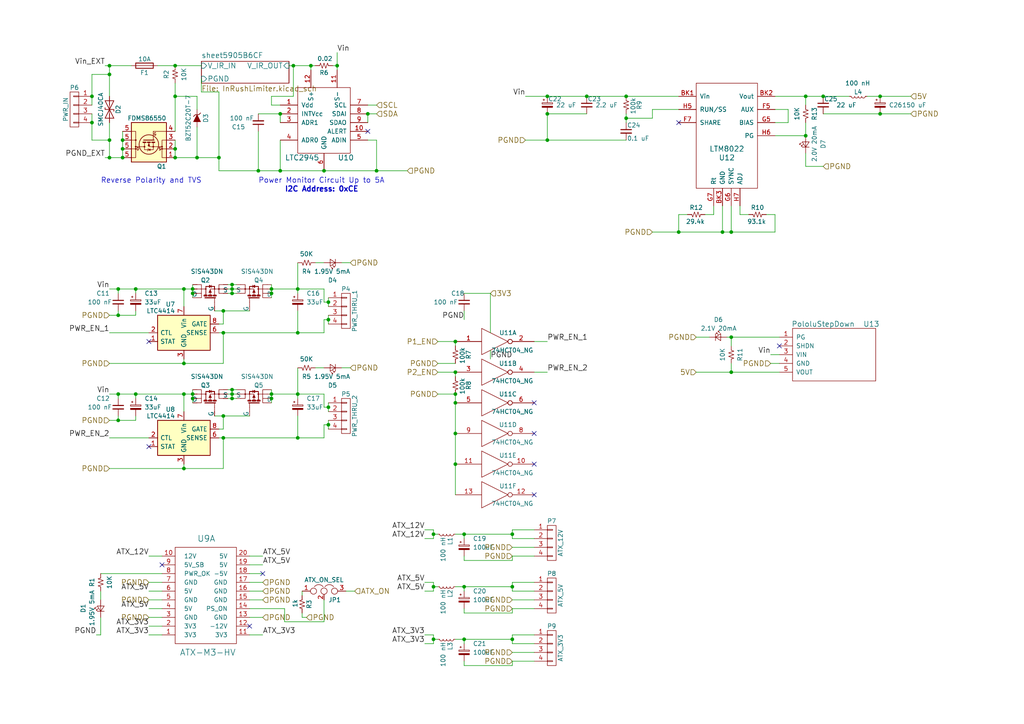
<source format=kicad_sch>
(kicad_sch (version 20230121) (generator eeschema)
  (paper "A4")
  (junction (at 67.31 83.82))
  (junction (at 35.56 40.64))
  (junction (at 86.36 127))
  (junction (at 64.77 90.17))
  (junction (at 53.34 114.3))
  (junction (at 209.55 67.31))
  (junction (at 78.74 114.3))
  (junction (at 63.5 45.72))
  (junction (at 53.34 105.41))
  (junction (at 181.61 27.94))
  (junction (at 255.27 27.94))
  (junction (at 134.62 185.42))
  (junction (at 34.29 91.44))
  (junction (at 132.08 107.95))
  (junction (at 95.25 92.71))
  (junction (at 67.31 82.55))
  (junction (at 132.08 134.62))
  (junction (at 50.8 43.18))
  (junction (at 74.93 49.53))
  (junction (at 55.88 114.3))
  (junction (at 55.88 83.82))
  (junction (at 39.37 83.82))
  (junction (at 134.62 154.94))
  (junction (at 55.88 115.57))
  (junction (at 148.59 154.94))
  (junction (at 95.25 87.63))
  (junction (at 148.59 170.18))
  (junction (at 158.75 40.64))
  (junction (at 57.15 45.72))
  (junction (at 78.74 85.09))
  (junction (at 233.68 39.37))
  (junction (at 148.59 185.42))
  (junction (at 31.75 19.05))
  (junction (at 31.75 21.59))
  (junction (at 64.77 127))
  (junction (at 67.31 114.3))
  (junction (at 53.34 83.82))
  (junction (at 134.62 170.18))
  (junction (at 26.67 35.56))
  (junction (at 233.68 27.94))
  (junction (at 170.18 27.94))
  (junction (at 26.67 27.94))
  (junction (at 67.31 85.09))
  (junction (at 86.36 114.3))
  (junction (at 90.17 19.05))
  (junction (at 212.09 67.31))
  (junction (at 31.75 40.64))
  (junction (at 31.75 45.72))
  (junction (at 95.25 118.11))
  (junction (at 50.8 45.72))
  (junction (at 132.08 114.3))
  (junction (at 85.09 19.05))
  (junction (at 132.08 116.84))
  (junction (at 158.75 27.94))
  (junction (at 97.79 19.05))
  (junction (at 78.74 115.57))
  (junction (at 181.61 34.29))
  (junction (at 132.08 99.06))
  (junction (at 86.36 83.82))
  (junction (at 39.37 114.3))
  (junction (at 50.8 19.05))
  (junction (at 125.73 154.94))
  (junction (at 86.36 96.52))
  (junction (at 125.73 170.18))
  (junction (at 132.08 125.73))
  (junction (at 109.22 49.53))
  (junction (at 35.56 43.18))
  (junction (at 67.31 115.57))
  (junction (at 35.56 45.72))
  (junction (at 196.85 67.31))
  (junction (at 158.75 33.02))
  (junction (at 67.31 113.03))
  (junction (at 53.34 135.89))
  (junction (at 255.27 33.02))
  (junction (at 50.8 27.94))
  (junction (at 64.77 96.52))
  (junction (at 212.09 107.95))
  (junction (at 93.98 49.53))
  (junction (at 34.29 83.82))
  (junction (at 64.77 120.65))
  (junction (at 34.29 114.3))
  (junction (at 95.25 123.19))
  (junction (at 34.29 121.92))
  (junction (at 55.88 85.09))
  (junction (at 106.68 33.02))
  (junction (at 78.74 83.82))
  (junction (at 125.73 185.42))
  (junction (at 81.28 49.53))
  (junction (at 238.76 27.94))
  (junction (at 81.28 33.02))
  (junction (at 212.09 97.79))
  (no_connect (at 106.68 38.1))
  (no_connect (at 154.94 125.73))
  (no_connect (at 72.39 181.61))
  (no_connect (at 196.85 35.56))
  (no_connect (at 154.94 134.62))
  (no_connect (at 154.94 116.84))
  (no_connect (at 46.99 163.83))
  (no_connect (at 154.94 143.51))
  (no_connect (at 43.18 129.54))
  (no_connect (at 226.06 100.33))
  (no_connect (at 76.2 166.37))
  (no_connect (at 43.18 99.06))
  (wire (pts (xy 50.8 24.13) (xy 50.8 27.94)))
  (wire (pts (xy 189.23 34.29) (xy 181.61 34.29)))
  (wire (pts (xy 72.39 163.83) (xy 76.2 163.83)))
  (wire (pts (xy 93.98 118.11) (xy 95.25 118.11)))
  (wire (pts (xy 50.8 45.72) (xy 57.15 45.72)))
  (wire (pts (xy 148.59 177.8) (xy 148.59 176.53)))
  (wire (pts (xy 39.37 114.3) (xy 53.34 114.3)))
  (wire (pts (xy 255.27 33.02) (xy 264.16 33.02)))
  (wire (pts (xy 55.88 113.03) (xy 55.88 114.3)))
  (wire (pts (xy 66.04 113.03) (xy 67.31 113.03)))
  (wire (pts (xy 106.68 33.02) (xy 106.68 35.56)))
  (wire (pts (xy 132.08 116.84) (xy 132.08 125.73)))
  (wire (pts (xy 76.2 171.45) (xy 72.39 171.45)))
  (wire (pts (xy 67.31 83.82) (xy 68.58 83.82)))
  (wire (pts (xy 212.09 100.33) (xy 212.09 97.79)))
  (wire (pts (xy 148.59 171.45) (xy 154.94 171.45)))
  (wire (pts (xy 95.25 92.71) (xy 95.25 93.98)))
  (wire (pts (xy 125.73 185.42) (xy 127 185.42)))
  (wire (pts (xy 87.63 171.45) (xy 87.63 172.72)))
  (wire (pts (xy 78.74 85.09) (xy 78.74 86.36)))
  (wire (pts (xy 212.09 105.41) (xy 212.09 107.95)))
  (wire (pts (xy 125.73 185.42) (xy 125.73 186.69)))
  (wire (pts (xy 34.29 114.3) (xy 34.29 115.57)))
  (wire (pts (xy 214.63 62.23) (xy 217.17 62.23)))
  (wire (pts (xy 154.94 99.06) (xy 158.75 99.06)))
  (wire (pts (xy 39.37 83.82) (xy 53.34 83.82)))
  (wire (pts (xy 81.28 49.53) (xy 93.98 49.53)))
  (wire (pts (xy 76.2 184.15) (xy 72.39 184.15)))
  (wire (pts (xy 64.77 124.46) (xy 63.5 124.46)))
  (wire (pts (xy 67.31 83.82) (xy 67.31 85.09)))
  (wire (pts (xy 224.79 67.31) (xy 212.09 67.31)))
  (wire (pts (xy 46.99 166.37) (xy 29.21 166.37)))
  (wire (pts (xy 34.29 91.44) (xy 39.37 91.44)))
  (wire (pts (xy 134.62 185.42) (xy 148.59 185.42)))
  (wire (pts (xy 64.77 96.52) (xy 86.36 96.52)))
  (wire (pts (xy 46.99 181.61) (xy 43.18 181.61)))
  (wire (pts (xy 142.24 96.52) (xy 142.24 85.09)))
  (wire (pts (xy 148.59 176.53) (xy 154.94 176.53)))
  (wire (pts (xy 46.99 168.91) (xy 43.18 168.91)))
  (wire (pts (xy 132.08 170.18) (xy 134.62 170.18)))
  (wire (pts (xy 35.56 43.18) (xy 35.56 40.64)))
  (wire (pts (xy 95.25 91.44) (xy 95.25 92.71)))
  (wire (pts (xy 207.01 59.69) (xy 207.01 62.23)))
  (wire (pts (xy 66.04 82.55) (xy 67.31 82.55)))
  (wire (pts (xy 29.21 171.45) (xy 29.21 173.99)))
  (wire (pts (xy 91.44 76.2) (xy 93.98 76.2)))
  (wire (pts (xy 212.09 97.79) (xy 226.06 97.79)))
  (wire (pts (xy 78.74 114.3) (xy 86.36 114.3)))
  (wire (pts (xy 148.59 161.29) (xy 154.94 161.29)))
  (wire (pts (xy 78.74 115.57) (xy 78.74 116.84)))
  (wire (pts (xy 125.73 184.15) (xy 125.73 185.42)))
  (wire (pts (xy 181.61 34.29) (xy 181.61 35.56)))
  (wire (pts (xy 134.62 193.04) (xy 148.59 193.04)))
  (wire (pts (xy 31.75 19.05) (xy 31.75 21.59)))
  (wire (pts (xy 134.62 156.21) (xy 134.62 154.94)))
  (wire (pts (xy 63.5 45.72) (xy 63.5 49.53)))
  (wire (pts (xy 125.73 153.67) (xy 125.73 154.94)))
  (wire (pts (xy 85.09 19.05) (xy 90.17 19.05)))
  (wire (pts (xy 224.79 31.75) (xy 228.6 31.75)))
  (wire (pts (xy 134.62 90.17) (xy 134.62 92.71)))
  (wire (pts (xy 86.36 114.3) (xy 93.98 114.3)))
  (wire (pts (xy 132.08 99.06) (xy 132.08 100.33)))
  (wire (pts (xy 43.18 184.15) (xy 46.99 184.15)))
  (wire (pts (xy 93.98 114.3) (xy 93.98 118.11)))
  (wire (pts (xy 53.34 88.9) (xy 53.34 83.82)))
  (wire (pts (xy 26.67 40.64) (xy 31.75 40.64)))
  (wire (pts (xy 78.74 83.82) (xy 86.36 83.82)))
  (wire (pts (xy 226.06 102.87) (xy 223.52 102.87)))
  (wire (pts (xy 67.31 115.57) (xy 68.58 115.57)))
  (wire (pts (xy 170.18 27.94) (xy 181.61 27.94)))
  (wire (pts (xy 26.67 33.02) (xy 26.67 35.56)))
  (wire (pts (xy 134.62 191.77) (xy 134.62 193.04)))
  (wire (pts (xy 142.24 101.6) (xy 142.24 104.14)))
  (wire (pts (xy 31.75 91.44) (xy 34.29 91.44)))
  (wire (pts (xy 34.29 83.82) (xy 39.37 83.82)))
  (wire (pts (xy 50.8 27.94) (xy 57.15 27.94)))
  (wire (pts (xy 86.36 96.52) (xy 86.36 90.17)))
  (wire (pts (xy 87.63 177.8) (xy 87.63 179.07)))
  (wire (pts (xy 93.98 180.34) (xy 82.55 180.34)))
  (wire (pts (xy 64.77 120.65) (xy 72.39 120.65)))
  (wire (pts (xy 63.5 26.67) (xy 63.5 45.72)))
  (wire (pts (xy 96.52 19.05) (xy 97.79 19.05)))
  (wire (pts (xy 228.6 35.56) (xy 224.79 35.56)))
  (wire (pts (xy 86.36 127) (xy 93.98 127)))
  (wire (pts (xy 132.08 114.3) (xy 127 114.3)))
  (wire (pts (xy 132.08 125.73) (xy 132.08 134.62)))
  (wire (pts (xy 62.23 90.17) (xy 64.77 90.17)))
  (wire (pts (xy 210.82 97.79) (xy 212.09 97.79)))
  (wire (pts (xy 74.93 38.1) (xy 74.93 49.53)))
  (wire (pts (xy 34.29 114.3) (xy 39.37 114.3)))
  (wire (pts (xy 86.36 83.82) (xy 93.98 83.82)))
  (wire (pts (xy 64.77 90.17) (xy 64.77 93.98)))
  (wire (pts (xy 57.15 27.94) (xy 57.15 31.75)))
  (wire (pts (xy 64.77 90.17) (xy 72.39 90.17)))
  (wire (pts (xy 39.37 114.3) (xy 39.37 115.57)))
  (wire (pts (xy 196.85 31.75) (xy 189.23 31.75)))
  (wire (pts (xy 154.94 184.15) (xy 148.59 184.15)))
  (wire (pts (xy 43.18 173.99) (xy 46.99 173.99)))
  (wire (pts (xy 93.98 96.52) (xy 93.98 92.71)))
  (wire (pts (xy 31.75 35.56) (xy 31.75 40.64)))
  (wire (pts (xy 76.2 166.37) (xy 72.39 166.37)))
  (wire (pts (xy 212.09 107.95) (xy 226.06 107.95)))
  (wire (pts (xy 74.93 49.53) (xy 81.28 49.53)))
  (wire (pts (xy 158.75 33.02) (xy 158.75 40.64)))
  (wire (pts (xy 26.67 27.94) (xy 26.67 30.48)))
  (wire (pts (xy 223.52 105.41) (xy 226.06 105.41)))
  (wire (pts (xy 64.77 120.65) (xy 64.77 124.46)))
  (wire (pts (xy 64.77 93.98) (xy 63.5 93.98)))
  (wire (pts (xy 148.59 193.04) (xy 148.59 191.77)))
  (wire (pts (xy 93.98 92.71) (xy 95.25 92.71)))
  (wire (pts (xy 90.17 19.05) (xy 91.44 19.05)))
  (wire (pts (xy 45.72 19.05) (xy 50.8 19.05)))
  (wire (pts (xy 46.99 161.29) (xy 43.18 161.29)))
  (wire (pts (xy 62.23 120.65) (xy 64.77 120.65)))
  (wire (pts (xy 31.75 135.89) (xy 53.34 135.89)))
  (wire (pts (xy 224.79 62.23) (xy 224.79 67.31)))
  (wire (pts (xy 134.62 176.53) (xy 134.62 177.8)))
  (wire (pts (xy 154.94 107.95) (xy 158.75 107.95)))
  (wire (pts (xy 58.42 26.67) (xy 63.5 26.67)))
  (wire (pts (xy 31.75 21.59) (xy 31.75 27.94)))
  (wire (pts (xy 34.29 121.92) (xy 39.37 121.92)))
  (wire (pts (xy 134.62 177.8) (xy 148.59 177.8)))
  (wire (pts (xy 95.25 87.63) (xy 95.25 88.9)))
  (wire (pts (xy 86.36 127) (xy 86.36 120.65)))
  (wire (pts (xy 53.34 135.89) (xy 53.34 134.62)))
  (wire (pts (xy 76.2 179.07) (xy 72.39 179.07)))
  (wire (pts (xy 132.08 134.62) (xy 132.08 143.51)))
  (wire (pts (xy 34.29 83.82) (xy 34.29 85.09)))
  (wire (pts (xy 212.09 67.31) (xy 212.09 59.69)))
  (wire (pts (xy 78.74 27.94) (xy 85.09 27.94)))
  (wire (pts (xy 189.23 31.75) (xy 189.23 34.29)))
  (wire (pts (xy 34.29 90.17) (xy 34.29 91.44)))
  (wire (pts (xy 99.06 106.68) (xy 101.6 106.68)))
  (wire (pts (xy 66.04 114.3) (xy 67.31 114.3)))
  (wire (pts (xy 31.75 83.82) (xy 34.29 83.82)))
  (wire (pts (xy 142.24 85.09) (xy 134.62 85.09)))
  (wire (pts (xy 35.56 40.64) (xy 35.56 38.1)))
  (wire (pts (xy 78.74 113.03) (xy 78.74 114.3)))
  (wire (pts (xy 233.68 35.56) (xy 233.68 39.37)))
  (wire (pts (xy 91.44 106.68) (xy 93.98 106.68)))
  (wire (pts (xy 34.29 120.65) (xy 34.29 121.92)))
  (wire (pts (xy 81.28 35.56) (xy 81.28 33.02)))
  (wire (pts (xy 83.82 19.05) (xy 85.09 19.05)))
  (wire (pts (xy 154.94 173.99) (xy 148.59 173.99)))
  (wire (pts (xy 86.36 106.68) (xy 86.36 114.3)))
  (wire (pts (xy 125.73 170.18) (xy 127 170.18)))
  (wire (pts (xy 93.98 123.19) (xy 95.25 123.19)))
  (wire (pts (xy 214.63 59.69) (xy 214.63 62.23)))
  (wire (pts (xy 148.59 168.91) (xy 148.59 170.18)))
  (wire (pts (xy 93.98 49.53) (xy 109.22 49.53)))
  (wire (pts (xy 50.8 19.05) (xy 58.42 19.05)))
  (wire (pts (xy 29.21 184.15) (xy 27.94 184.15)))
  (wire (pts (xy 209.55 67.31) (xy 196.85 67.31)))
  (wire (pts (xy 148.59 185.42) (xy 148.59 186.69)))
  (wire (pts (xy 63.5 127) (xy 64.77 127)))
  (wire (pts (xy 67.31 82.55) (xy 67.31 83.82)))
  (wire (pts (xy 57.15 45.72) (xy 63.5 45.72)))
  (wire (pts (xy 43.18 127) (xy 31.75 127)))
  (wire (pts (xy 78.74 82.55) (xy 78.74 83.82)))
  (wire (pts (xy 97.79 15.24) (xy 97.79 19.05)))
  (wire (pts (xy 158.75 40.64) (xy 181.61 40.64)))
  (wire (pts (xy 207.01 62.23) (xy 204.47 62.23)))
  (wire (pts (xy 53.34 114.3) (xy 55.88 114.3)))
  (wire (pts (xy 125.73 168.91) (xy 125.73 170.18)))
  (wire (pts (xy 148.59 154.94) (xy 148.59 156.21)))
  (wire (pts (xy 125.73 171.45) (xy 123.19 171.45)))
  (wire (pts (xy 76.2 161.29) (xy 72.39 161.29)))
  (wire (pts (xy 109.22 33.02) (xy 106.68 33.02)))
  (wire (pts (xy 63.5 96.52) (xy 64.77 96.52)))
  (wire (pts (xy 196.85 67.31) (xy 189.23 67.31)))
  (wire (pts (xy 123.19 184.15) (xy 125.73 184.15)))
  (wire (pts (xy 233.68 39.37) (xy 224.79 39.37)))
  (wire (pts (xy 53.34 105.41) (xy 53.34 104.14)))
  (wire (pts (xy 95.25 118.11) (xy 95.25 119.38)))
  (wire (pts (xy 181.61 33.02) (xy 181.61 34.29)))
  (wire (pts (xy 209.55 67.31) (xy 209.55 59.69)))
  (wire (pts (xy 78.74 83.82) (xy 78.74 85.09)))
  (wire (pts (xy 30.48 45.72) (xy 31.75 45.72)))
  (wire (pts (xy 90.17 19.05) (xy 90.17 20.32)))
  (wire (pts (xy 152.4 40.64) (xy 158.75 40.64)))
  (wire (pts (xy 93.98 127) (xy 93.98 123.19)))
  (wire (pts (xy 127 107.95) (xy 132.08 107.95)))
  (wire (pts (xy 82.55 176.53) (xy 72.39 176.53)))
  (wire (pts (xy 154.94 158.75) (xy 148.59 158.75)))
  (wire (pts (xy 55.88 114.3) (xy 55.88 115.57)))
  (wire (pts (xy 66.04 83.82) (xy 67.31 83.82)))
  (wire (pts (xy 81.28 33.02) (xy 74.93 33.02)))
  (wire (pts (xy 66.04 85.09) (xy 67.31 85.09)))
  (wire (pts (xy 78.74 114.3) (xy 78.74 115.57)))
  (wire (pts (xy 233.68 27.94) (xy 233.68 30.48)))
  (wire (pts (xy 67.31 113.03) (xy 68.58 113.03)))
  (wire (pts (xy 170.18 33.02) (xy 158.75 33.02)))
  (wire (pts (xy 132.08 107.95) (xy 132.08 109.22)))
  (wire (pts (xy 109.22 30.48) (xy 106.68 30.48)))
  (wire (pts (xy 31.75 105.41) (xy 53.34 105.41)))
  (wire (pts (xy 134.62 161.29) (xy 134.62 162.56)))
  (wire (pts (xy 132.08 114.3) (xy 132.08 116.84)))
  (wire (pts (xy 148.59 186.69) (xy 154.94 186.69)))
  (wire (pts (xy 39.37 121.92) (xy 39.37 120.65)))
  (wire (pts (xy 72.39 173.99) (xy 76.2 173.99)))
  (wire (pts (xy 50.8 27.94) (xy 50.8 38.1)))
  (wire (pts (xy 85.09 27.94) (xy 85.09 19.05)))
  (wire (pts (xy 46.99 171.45) (xy 43.18 171.45)))
  (wire (pts (xy 64.77 135.89) (xy 64.77 127)))
  (wire (pts (xy 86.36 83.82) (xy 86.36 85.09)))
  (wire (pts (xy 132.08 185.42) (xy 134.62 185.42)))
  (wire (pts (xy 212.09 67.31) (xy 209.55 67.31)))
  (wire (pts (xy 106.68 40.64) (xy 109.22 40.64)))
  (wire (pts (xy 31.75 19.05) (xy 38.1 19.05)))
  (wire (pts (xy 134.62 154.94) (xy 148.59 154.94)))
  (wire (pts (xy 46.99 179.07) (xy 43.18 179.07)))
  (wire (pts (xy 30.48 19.05) (xy 31.75 19.05)))
  (wire (pts (xy 72.39 168.91) (xy 76.2 168.91)))
  (wire (pts (xy 148.59 153.67) (xy 148.59 154.94)))
  (wire (pts (xy 125.73 154.94) (xy 125.73 156.21)))
  (wire (pts (xy 26.67 35.56) (xy 26.67 40.64)))
  (wire (pts (xy 78.74 30.48) (xy 78.74 27.94)))
  (wire (pts (xy 87.63 179.07) (xy 88.9 179.07)))
  (wire (pts (xy 132.08 105.41) (xy 127 105.41)))
  (wire (pts (xy 154.94 153.67) (xy 148.59 153.67)))
  (wire (pts (xy 93.98 173.99) (xy 93.98 180.34)))
  (wire (pts (xy 201.93 107.95) (xy 212.09 107.95)))
  (wire (pts (xy 222.25 62.23) (xy 224.79 62.23)))
  (wire (pts (xy 66.04 115.57) (xy 67.31 115.57)))
  (wire (pts (xy 55.88 82.55) (xy 55.88 83.82)))
  (wire (pts (xy 26.67 21.59) (xy 26.67 27.94)))
  (wire (pts (xy 93.98 83.82) (xy 93.98 87.63)))
  (wire (pts (xy 64.77 127) (xy 86.36 127)))
  (wire (pts (xy 97.79 19.05) (xy 97.79 20.32)))
  (wire (pts (xy 158.75 27.94) (xy 170.18 27.94)))
  (wire (pts (xy 127 99.06) (xy 132.08 99.06)))
  (wire (pts (xy 134.62 162.56) (xy 148.59 162.56)))
  (wire (pts (xy 238.76 27.94) (xy 246.38 27.94)))
  (wire (pts (xy 148.59 156.21) (xy 154.94 156.21)))
  (wire (pts (xy 109.22 40.64) (xy 109.22 49.53)))
  (wire (pts (xy 82.55 180.34) (xy 82.55 176.53)))
  (wire (pts (xy 238.76 33.02) (xy 255.27 33.02)))
  (wire (pts (xy 55.88 83.82) (xy 55.88 85.09)))
  (wire (pts (xy 109.22 49.53) (xy 118.11 49.53)))
  (wire (pts (xy 99.06 76.2) (xy 101.6 76.2)))
  (wire (pts (xy 123.19 153.67) (xy 125.73 153.67)))
  (wire (pts (xy 134.62 171.45) (xy 134.62 170.18)))
  (wire (pts (xy 205.74 97.79) (xy 201.93 97.79)))
  (wire (pts (xy 26.67 21.59) (xy 31.75 21.59)))
  (wire (pts (xy 86.36 96.52) (xy 93.98 96.52)))
  (wire (pts (xy 154.94 189.23) (xy 148.59 189.23)))
  (wire (pts (xy 125.73 156.21) (xy 123.19 156.21)))
  (wire (pts (xy 55.88 85.09) (xy 55.88 86.36)))
  (wire (pts (xy 255.27 27.94) (xy 264.16 27.94)))
  (wire (pts (xy 50.8 40.64) (xy 50.8 43.18)))
  (wire (pts (xy 53.34 83.82) (xy 55.88 83.82)))
  (wire (pts (xy 233.68 27.94) (xy 238.76 27.94)))
  (wire (pts (xy 102.87 171.45) (xy 100.33 171.45)))
  (wire (pts (xy 125.73 186.69) (xy 123.19 186.69)))
  (wire (pts (xy 53.34 114.3) (xy 53.34 119.38)))
  (wire (pts (xy 134.62 186.69) (xy 134.62 185.42)))
  (wire (pts (xy 233.68 44.45) (xy 233.68 48.26)))
  (wire (pts (xy 35.56 45.72) (xy 35.56 43.18)))
  (wire (pts (xy 55.88 115.57) (xy 55.88 116.84)))
  (wire (pts (xy 251.46 27.94) (xy 255.27 27.94)))
  (wire (pts (xy 67.31 113.03) (xy 67.31 114.3)))
  (wire (pts (xy 181.61 27.94) (xy 196.85 27.94)))
  (wire (pts (xy 43.18 96.52) (xy 31.75 96.52)))
  (wire (pts (xy 31.75 45.72) (xy 35.56 45.72)))
  (wire (pts (xy 86.36 114.3) (xy 86.36 115.57)))
  (wire (pts (xy 95.25 123.19) (xy 95.25 124.46)))
  (wire (pts (xy 67.31 82.55) (xy 68.58 82.55)))
  (wire (pts (xy 148.59 191.77) (xy 154.94 191.77)))
  (wire (pts (xy 95.25 121.92) (xy 95.25 123.19)))
  (wire (pts (xy 53.34 135.89) (xy 64.77 135.89)))
  (wire (pts (xy 67.31 85.09) (xy 68.58 85.09)))
  (wire (pts (xy 95.25 116.84) (xy 95.25 118.11)))
  (wire (pts (xy 154.94 168.91) (xy 148.59 168.91)))
  (wire (pts (xy 50.8 43.18) (xy 50.8 45.72)))
  (wire (pts (xy 148.59 162.56) (xy 148.59 161.29)))
  (wire (pts (xy 132.08 154.94) (xy 134.62 154.94)))
  (wire (pts (xy 67.31 114.3) (xy 68.58 114.3)))
  (wire (pts (xy 53.34 105.41) (xy 64.77 105.41)))
  (wire (pts (xy 93.98 87.63) (xy 95.25 87.63)))
  (wire (pts (xy 148.59 170.18) (xy 148.59 171.45)))
  (wire (pts (xy 196.85 62.23) (xy 196.85 67.31)))
  (wire (pts (xy 63.5 49.53) (xy 74.93 49.53)))
  (wire (pts (xy 31.75 114.3) (xy 34.29 114.3)))
  (wire (pts (xy 86.36 76.2) (xy 86.36 83.82)))
  (wire (pts (xy 228.6 31.75) (xy 228.6 35.56)))
  (wire (pts (xy 31.75 121.92) (xy 34.29 121.92)))
  (wire (pts (xy 134.62 170.18) (xy 148.59 170.18)))
  (wire (pts (xy 78.74 30.48) (xy 81.28 30.48)))
  (wire (pts (xy 57.15 36.83) (xy 57.15 45.72)))
  (wire (pts (xy 39.37 91.44) (xy 39.37 90.17)))
  (wire (pts (xy 95.25 86.36) (xy 95.25 87.63)))
  (wire (pts (xy 29.21 179.07) (xy 29.21 184.15)))
  (wire (pts (xy 81.28 49.53) (xy 81.28 40.64)))
  (wire (pts (xy 46.99 176.53) (xy 43.18 176.53)))
  (wire (pts (xy 199.39 62.23) (xy 196.85 62.23)))
  (wire (pts (xy 148.59 184.15) (xy 148.59 185.42)))
  (wire (pts (xy 224.79 27.94) (xy 233.68 27.94)))
  (wire (pts (xy 125.73 170.18) (xy 125.73 171.45)))
  (wire (pts (xy 39.37 83.82) (xy 39.37 85.09)))
  (wire (pts (xy 64.77 105.41) (xy 64.77 96.52)))
  (wire (pts (xy 123.19 168.91) (xy 125.73 168.91)))
  (wire (pts (xy 152.4 27.94) (xy 158.75 27.94)))
  (wire (pts (xy 58.42 22.86) (xy 58.42 26.67)))
  (wire (pts (xy 31.75 40.64) (xy 31.75 45.72)))
  (wire (pts (xy 67.31 114.3) (xy 67.31 115.57)))
  (wire (pts (xy 233.68 48.26) (xy 238.76 48.26)))
  (wire (pts (xy 125.73 154.94) (xy 127 154.94)))
  (text "Power Monitor Circuit Up to 5A" (at 74.93 53.34 0) (effects (font (size 1.524 1.524)) (justify left bottom)))
  (text "I2C Address: 0xCE\n" (at 82.55 55.88 0) (effects (font (size 1.524 1.524) (thickness 0.3048) bold) (justify left bottom)))
  (text "Reverse Polarity and TVS" (at 29.21 53.34 0) (effects (font (size 1.524 1.524)) (justify left bottom)))
  (label "ATX_12V" (at 43.18 161.29 180) (effects (font (size 1.524 1.524))))
  (label "Vin" (at 31.75 114.3 180) (effects (font (size 1.524 1.524))))
  (label "PWR_EN_1" (at 158.75 99.06 0) (effects (font (size 1.524 1.524))))
  (label "Vin" (at 152.4 27.94 180) (effects (font (size 1.524 1.524))))
  (label "ATX_5V" (at 123.19 168.91 180) (effects (font (size 1.524 1.524))))
  (label "ATX_12V" (at 123.19 153.67 180) (effects (font (size 1.524 1.524))))
  (label "ATX_3V3" (at 123.19 184.15 180) (effects (font (size 1.524 1.524))))
  (label "ATX_3V3" (at 123.19 186.69 180) (effects (font (size 1.524 1.524))))
  (label "ATX_5V" (at 43.18 171.45 180) (effects (font (size 1.524 1.524))))
  (label "ATX_12V" (at 123.19 156.21 180) (effects (font (size 1.524 1.524))))
  (label "ATX_5V" (at 76.2 161.29 0) (effects (font (size 1.524 1.524))))
  (label "Vin" (at 223.52 102.87 180) (effects (font (size 1.524 1.524))))
  (label "PGND_EXT" (at 30.48 45.72 180) (effects (font (size 1.524 1.524))))
  (label "ATX_5V" (at 43.18 176.53 180) (effects (font (size 1.524 1.524))))
  (label "PGND" (at 134.62 92.71 180) (effects (font (size 1.524 1.524))))
  (label "ATX_5V" (at 76.2 163.83 0) (effects (font (size 1.524 1.524))))
  (label "PGND" (at 27.94 184.15 180) (effects (font (size 1.524 1.524))))
  (label "Vin" (at 31.75 83.82 180) (effects (font (size 1.524 1.524))))
  (label "PWR_EN_2" (at 31.75 127 180) (effects (font (size 1.524 1.524))))
  (label "ATX_5V" (at 123.19 171.45 180) (effects (font (size 1.524 1.524))))
  (label "ATX_3V3" (at 76.2 184.15 0) (effects (font (size 1.524 1.524))))
  (label "Vin_EXT" (at 30.48 19.05 180) (effects (font (size 1.524 1.524))))
  (label "PWR_EN_2" (at 158.75 107.95 0) (effects (font (size 1.524 1.524))))
  (label "PWR_EN_1" (at 31.75 96.52 180) (effects (font (size 1.524 1.524))))
  (label "ATX_3V3" (at 43.18 181.61 180) (effects (font (size 1.524 1.524))))
  (label "ATX_3V3" (at 43.18 184.15 180) (effects (font (size 1.524 1.524))))
  (label "Vin" (at 97.79 15.24 0) (effects (font (size 1.524 1.524))))
  (label "PGND" (at 142.24 104.14 0) (effects (font (size 1.524 1.524))))
  (hierarchical_label "PGND" (shape input) (at 148.59 176.53 180) (effects (font (size 1.524 1.524))))
  (hierarchical_label "SCL" (shape input) (at 109.22 30.48 0) (effects (font (size 1.524 1.524))))
  (hierarchical_label "PGND" (shape input) (at 201.93 97.79 180) (effects (font (size 1.524 1.524))))
  (hierarchical_label "PGND" (shape input) (at 31.75 91.44 180) (effects (font (size 1.524 1.524))))
  (hierarchical_label "PGND" (shape input) (at 264.16 33.02 0) (effects (font (size 1.524 1.524))))
  (hierarchical_label "PGND" (shape input) (at 76.2 168.91 0) (effects (font (size 1.524 1.524))))
  (hierarchical_label "PGND" (shape input) (at 127 105.41 180) (effects (font (size 1.524 1.524))))
  (hierarchical_label "5V" (shape input) (at 201.93 107.95 180) (effects (font (size 1.524 1.524))))
  (hierarchical_label "SDA" (shape input) (at 109.22 33.02 0) (effects (font (size 1.524 1.524))))
  (hierarchical_label "PGND" (shape input) (at 101.6 76.2 0) (effects (font (size 1.524 1.524))))
  (hierarchical_label "5V" (shape input) (at 264.16 27.94 0) (effects (font (size 1.524 1.524))))
  (hierarchical_label "PGND" (shape input) (at 118.11 49.53 0) (effects (font (size 1.524 1.524))))
  (hierarchical_label "PGND" (shape input) (at 223.52 105.41 180) (effects (font (size 1.524 1.524))))
  (hierarchical_label "PGND" (shape input) (at 43.18 168.91 180) (effects (font (size 1.524 1.524))))
  (hierarchical_label "PGND" (shape input) (at 152.4 40.64 180) (effects (font (size 1.524 1.524))))
  (hierarchical_label "P1_EN" (shape input) (at 127 99.06 180) (effects (font (size 1.524 1.524))))
  (hierarchical_label "PGND" (shape input) (at 101.6 106.68 0) (effects (font (size 1.524 1.524))))
  (hierarchical_label "PGND" (shape input) (at 148.59 158.75 180) (effects (font (size 1.524 1.524))))
  (hierarchical_label "PGND" (shape input) (at 76.2 179.07 0) (effects (font (size 1.524 1.524))))
  (hierarchical_label "ATX_ON" (shape input) (at 102.87 171.45 0) (effects (font (size 1.524 1.524))))
  (hierarchical_label "PGND" (shape input) (at 76.2 171.45 0) (effects (font (size 1.524 1.524))))
  (hierarchical_label "PGND" (shape input) (at 148.59 189.23 180) (effects (font (size 1.524 1.524))))
  (hierarchical_label "PGND" (shape input) (at 148.59 173.99 180) (effects (font (size 1.524 1.524))))
  (hierarchical_label "PGND" (shape input) (at 238.76 48.26 0) (effects (font (size 1.524 1.524))))
  (hierarchical_label "PGND" (shape input) (at 76.2 173.99 0) (effects (font (size 1.524 1.524))))
  (hierarchical_label "P2_EN" (shape input) (at 127 107.95 180) (effects (font (size 1.524 1.524))))
  (hierarchical_label "PGND" (shape input) (at 31.75 105.41 180) (effects (font (size 1.524 1.524))))
  (hierarchical_label "PGND" (shape input) (at 31.75 135.89 180) (effects (font (size 1.524 1.524))))
  (hierarchical_label "PGND" (shape input) (at 189.23 67.31 180) (effects (font (size 1.524 1.524))))
  (hierarchical_label "PGND" (shape input) (at 127 114.3 180) (effects (font (size 1.524 1.524))))
  (hierarchical_label "3V3" (shape input) (at 142.24 85.09 0) (effects (font (size 1.524 1.524))))
  (hierarchical_label "PGND" (shape input) (at 43.18 179.07 180) (effects (font (size 1.524 1.524))))
  (hierarchical_label "PGND" (shape input) (at 148.59 191.77 180) (effects (font (size 1.524 1.524))))
  (hierarchical_label "PGND" (shape input) (at 148.59 161.29 180) (effects (font (size 1.524 1.524))))
  (hierarchical_label "PGND" (shape input) (at 31.75 121.92 180) (effects (font (size 1.524 1.524))))
  (hierarchical_label "PGND" (shape input) (at 43.18 173.99 180) (effects (font (size 1.524 1.524))))
  (hierarchical_label "PGND" (shape input) (at 88.9 179.07 0) (effects (font (size 1.524 1.524))))
  (symbol (lib_id "SPC-UW-MOD1-rescue:PololuStepDown") (at 242.57 102.87 0) (unit 1)
    (property "Reference" "U13" (at 252.73 93.98 0) (effects (font (size 1.524 1.524))))
    (property "Value" "PololuStepDown" (at 238.76 93.98 0) (effects (font (size 1.524 1.524))))
    (property "Footprint" "SPIC_modules:POLOLUBUCKREG_2p5A" (effects hide))
  )
  (symbol (lib_id "SPC-UW-MOD1-rescue:Resistor_small") (at 212.09 102.87 180) (unit 1)
    (property "Reference" "R11" (at 214.63 102.87 90))
    (property "Value" "10K" (at 209.55 102.87 90))
    (property "Footprint" "Resistors_SMD:R_0603" (effects hide))
    (property "Datasheet" "http://www.digikey.com/product-detail/en/vishay-beyschlag/MCT06030C1002FP500/MCT0603-10.0K-CFCT-ND/2607933" (effects hide))
  )
  (symbol (lib_id "SPC-UW-MOD1-rescue:LED_Small") (at 208.28 97.79 0) (unit 1)
    (property "Reference" "D6" (at 207.01 92.71 0) (effects (justify left)))
    (property "Value" "2.1V 20mA" (at 203.2 95.25 0) (effects (justify left)))
    (property "Footprint" "LEDs:LED_0603" (effects hide))
    (property "Datasheet" "http://www.digikey.com/product-detail/en/lite-on-inc/LTST-C191KSKT/160-1448-1-ND/386838" (effects hide))
    (property "Part Number" "LTST-C191KSKT" (effects hide))
  )
  (symbol (lib_id "SPC-UW-MOD1-rescue:Resistor_small") (at 201.93 62.23 90) (unit 1)
    (property "Reference" "R12" (at 201.93 60.198 90))
    (property "Value" "29.4k" (at 201.676 64.262 90))
    (property "Footprint" "Resistors_SMD:R_0603" (effects hide))
    (property "Datasheet" "http://www.digikey.com/product-detail/en/panasonic-electronic-components/ERA-3AEB2942V/P29.4KDBCT-ND/3075913" (effects hide))
    (property "Part Number" "ERA-3AEB2942V" (effects hide))
  )
  (symbol (lib_id "SPC-UW-MOD1-rescue:Resistor_small") (at 219.71 62.23 90) (unit 1)
    (property "Reference" "R10" (at 219.71 60.198 90))
    (property "Value" "93.1k" (at 219.456 64.262 90))
    (property "Footprint" "Resistors_SMD:R_0603" (effects hide))
    (property "Datasheet" "http://www.digikey.com/product-detail/en/panasonic-electronic-components/ERA-3AEB9312V/P93.1KDBCT-ND/3076086" (effects hide))
    (property "Part Number" "ERA-3AEB9312V" (effects hide))
  )
  (symbol (lib_id "SPC-UW-MOD1-rescue:LED_Small") (at 233.68 41.91 90) (unit 1)
    (property "Reference" "D7" (at 238.76 43.18 0) (effects (justify left)))
    (property "Value" "2.0V 20mA" (at 236.22 46.99 0) (effects (justify left)))
    (property "Footprint" "LEDs:LED_0603" (effects hide))
    (property "Datasheet" "http://www.digikey.com/product-detail/en/broadcom-limited/ASMT-RF45-AN002/516-2522-1-ND/3199589" (effects hide))
    (property "Part Number" "ASMT-RF45-AN002" (effects hide))
  )
  (symbol (lib_id "SPC-UW-MOD1-rescue:Resistor_small") (at 233.68 33.02 180) (unit 1)
    (property "Reference" "R13" (at 236.22 33.02 90))
    (property "Value" "10K" (at 231.14 33.02 90))
    (property "Footprint" "Resistors_SMD:R_0603" (effects hide))
    (property "Datasheet" "http://www.digikey.com/product-detail/en/vishay-beyschlag/MCT06030C1002FP500/MCT0603-10.0K-CFCT-ND/2607933" (effects hide))
  )
  (symbol (lib_id "SPC-UW-MOD1-rescue:LTM8022") (at 210.82 40.64 0) (unit 1)
    (property "Reference" "U12" (at 210.82 45.72 0) (effects (font (size 1.524 1.524))))
    (property "Value" "LTM8022" (at 210.82 43.18 0) (effects (font (size 1.524 1.524))))
    (property "Footprint" "SPIC_modules:LTM8022" (effects hide))
  )
  (symbol (lib_id "SPC-UW-MOD1-rescue:C_Small") (at 170.18 30.48 0) (unit 1)
    (property "Reference" "C23" (at 170.434 28.702 0) (effects (justify left)))
    (property "Value" "2.2 uF" (at 172.72 30.48 0) (effects (justify left)))
    (property "Footprint" "Capacitors_SMD:C_1206" (effects hide))
    (property "Datasheet" "http://www.digikey.com/product-detail/en/kemet/C1206C225J5RAC7800/399-13297-1-ND/5879267" (effects hide))
    (property "Part Number" "C1206C225J5RAC7800" (effects hide))
  )
  (symbol (lib_id "SPC-UW-MOD1-rescue:CP_Small") (at 158.75 30.48 0) (unit 1)
    (property "Reference" "C22" (at 159.004 28.702 0) (effects (justify left)))
    (property "Value" "22 uF" (at 161.29 30.48 0) (effects (justify left)))
    (property "Footprint" "Capacitors_SMD:CP_Elec_6.3x5.3" (effects hide))
    (property "Datasheet" "http://www.digikey.com/product-detail/en/panasonic-electronic-components/EEE-1HA220WP/PCE3920CT-ND/766296" (effects hide))
  )
  (symbol (lib_id "SPC-UW-MOD1-rescue:C_Small") (at 238.76 30.48 0) (unit 1)
    (property "Reference" "C25" (at 239.014 28.702 0) (effects (justify left)))
    (property "Value" "22 uF" (at 242.57 30.48 0) (effects (justify left)))
    (property "Footprint" "Capacitors_SMD:C_1210" (effects hide))
    (property "Datasheet" "http://www.digikey.com/product-detail/en/murata-electronics-north-america/GRM32ER71E226KE15L/490-5313-1-ND/2039092" (effects hide))
  )
  (symbol (lib_id "SPC-UW-MOD1-rescue:C_Small") (at 181.61 38.1 0) (unit 1)
    (property "Reference" "C24" (at 181.864 36.322 0) (effects (justify left)))
    (property "Value" "0.1 uF" (at 181.864 40.132 0) (effects (justify left)))
    (property "Footprint" "Capacitors_SMD:C_0603" (effects hide))
    (property "Datasheet" "http://www.digikey.com/product-detail/en/murata-electronics-north-america/GRM188R71H104JA93D/490-13406-1-ND/6012278" (effects hide))
  )
  (symbol (lib_id "SPC-UW-MOD1-rescue:Resistor_small") (at 181.61 30.48 180) (unit 1)
    (property "Reference" "R9" (at 185.42 30.48 90))
    (property "Value" "100k" (at 183.642 30.734 90))
    (property "Footprint" "Resistors_SMD:R_0603" (effects hide))
    (property "Datasheet" "http://www.digikey.com/product-detail/en/vishay-beyschlag/MCT0603MD1003BP100/MCT0603-100K-MBCT-ND/2092146" (effects hide))
  )
  (symbol (lib_id "SPC-UW-MOD1-rescue:L_Small") (at 248.92 27.94 270) (unit 1)
    (property "Reference" "L4" (at 247.65 26.67 90) (effects (justify left)))
    (property "Value" "100 nH" (at 245.11 24.13 90) (effects (justify left)))
    (property "Footprint" "SPIC_modules:IHLP2525CZERR10M01" (effects hide))
    (property "Datasheet" "http://www.digikey.com/product-detail/en/vishay-dale/IHLP2525CZERR10M01/541-1000-1-ND/1680131" (effects hide))
    (property "Part Number" "IHLP2525CZERR10M01" (effects hide))
  )
  (symbol (lib_id "SPC-UW-MOD1-rescue:CP_Small") (at 255.27 30.48 0) (unit 1)
    (property "Reference" "C26" (at 257.81 30.48 0) (effects (justify left)))
    (property "Value" "150 uF" (at 261.62 30.48 0) (effects (justify left)))
    (property "Footprint" "SPIC_modules:TantalC_SizeE_EIA-7360_Reflow" (effects hide))
    (property "Datasheet" "http://www.digikey.com/product-detail/en/avx-corporation/TCN4157M025R0070/478-9624-1-ND/5451634" (effects hide))
    (property "Part Number" "TCN4157M025R0070" (effects hide))
  )
  (symbol (lib_id "SPC-UW-MOD1-rescue:FDMS86550-RESCUE-PowerControlBoard") (at 43.18 40.64 180) (unit 1)
    (property "Reference" "Q1" (at 48.26 48.26 0) (effects (justify left)))
    (property "Value" "FDMS86550" (at 48.26 34.29 0) (effects (justify left)))
    (property "Footprint" "TO_SOT_Packages_SMD:TDSON-8-1" (effects hide))
    (property "Datasheet" "http://www.digikey.com/product-detail/en/fairchild-on-semiconductor/FDMS86550/FDMS86550CT-ND/4494095" (effects hide))
    (property "Part number" "FDMS86550" (effects hide))
  )
  (symbol (lib_id "SPC-UW-MOD1-rescue:ZENERsmall-RESCUE-PowerControlBoard") (at 57.15 34.29 270) (unit 1)
    (property "Reference" "D3" (at 59.69 34.29 0))
    (property "Value" "BZT52C20T-7" (at 54.61 34.29 0))
    (property "Footprint" "Diodes_SMD:D_SOD-523" (effects hide))
    (property "Datasheet" "http://www.digikey.com/product-detail/en/diodes-incorporated/BZT52C20T-7/BZT52C20T-7DICT-ND/2181077" (effects hide))
    (property "Part Number" "BZT52C20T-7" (effects hide))
  )
  (symbol (lib_id "SPC-UW-MOD1-rescue:Resistor_small") (at 50.8 21.59 0) (unit 1)
    (property "Reference" "R2" (at 48.26 21.59 90))
    (property "Value" "10K" (at 53.34 21.59 90))
    (property "Footprint" "Resistors_SMD:R_0603" (effects hide))
    (property "Datasheet" "http://www.digikey.com/product-detail/en/vishay-beyschlag/MCT06030C1002FP500/MCT0603-10.0K-CFCT-ND/2607933" (effects hide))
  )
  (symbol (lib_id "SPC-UW-MOD1-rescue:D_TVS") (at 31.75 31.75 270) (unit 1)
    (property "Reference" "D2" (at 34.29 31.75 0))
    (property "Value" "SMCJ40CA" (at 29.21 31.75 0))
    (property "Footprint" "Diodes_SMD:D_SMC_Standard" (effects hide))
    (property "Datasheet" "http://www.digikey.com/product-detail/en/littelfuse-inc/SMCJ40CA/SMCJ40CALFCT-ND/762619" (effects hide))
    (property "Part Number" "SMCJ40CA" (effects hide))
  )
  (symbol (lib_id "SPC-UW-MOD1-rescue:Fuse") (at 41.91 19.05 270) (unit 1)
    (property "Reference" "F1" (at 41.91 21.082 90))
    (property "Value" "10A" (at 41.91 17.145 90))
    (property "Footprint" "SMD_Packages:Fuse_SMD" (effects hide))
    (property "Datasheet" "http://www.digikey.com/product-detail/en/littelfuse-inc/01550900M/F1889-ND/2519878" (effects hide))
    (property "Part Number" "01550900M" (effects hide))
  )
  (symbol (lib_id "SPC-UW-MOD1-rescue:LTC2945") (at 90.17 49.53 0) (unit 1)
    (property "Reference" "U10" (at 100.33 45.72 0) (effects (font (size 1.524 1.524))))
    (property "Value" "LTC2945" (at 87.63 45.72 0) (effects (font (size 1.524 1.524))))
    (property "Footprint" "Housings_SSOP:MSOP-12_3x4mm_Pitch0.65mm" (effects hide))
    (property "Datasheet" "https://www.digikey.com/product-detail/en/linear-technology/LTC2945IMS-PBF/LTC2945IMS-PBF-ND/3726451" (effects hide))
  )
  (symbol (lib_id "SPC-UW-MOD1-rescue:Resistor_small") (at 93.98 19.05 270) (unit 1)
    (property "Reference" "R6" (at 93.98 21.082 90))
    (property "Value" "0.02" (at 94.234 17.018 90))
    (property "Footprint" "Resistors_SMD:R_2010" (effects hide))
    (property "Datasheet" "https://www.digikey.com/product-detail/en/vishay-dale/WSL2010R0200FEA18/WSLF-.02CT-ND/713454" (effects hide))
    (property "Part Number" "WSL2010R0200FEA18" (effects hide))
  )
  (symbol (lib_id "SPC-UW-MOD1-rescue:C_Small") (at 74.93 35.56 180) (unit 1)
    (property "Reference" "C15" (at 71.12 36.83 0) (effects (justify left)))
    (property "Value" "100 nF" (at 73.66 34.29 0) (effects (justify left)))
    (property "Footprint" "Capacitors_SMD:C_0603" (effects hide))
    (property "Datasheet" "http://www.digikey.com/product-detail/en/murata-electronics-north-america/GRM188R71H104KA93D/490-1519-1-ND/587854" (effects hide))
    (property "Part Number" "GRM188R71H104KA93D" (effects hide))
  )
  (symbol (lib_id "SPC-UW-MOD1-rescue:CONN_01X04") (at 21.59 31.75 0) (mirror y) (unit 1)
    (property "Reference" "P6" (at 21.59 25.4 0))
    (property "Value" "PWR_IN" (at 19.05 31.75 90))
    (property "Footprint" "Connectors_Molex:Molex_NanoFit_2x02x2.50mm_Angled" (effects hide))
  )
  (symbol (lib_id "SPC-UW-MOD1-rescue:CONN_01X04") (at 160.02 187.96 0) (unit 1)
    (property "Reference" "P9" (at 160.02 181.61 0))
    (property "Value" "ATX_3V3" (at 162.56 187.96 90))
    (property "Footprint" "Connectors_Molex:Molex_NanoFit_2x02x2.50mm_Angled" (effects hide))
  )
  (symbol (lib_id "SPC-UW-MOD1-rescue:CP_Small") (at 134.62 189.23 0) (unit 1)
    (property "Reference" "C21" (at 137.16 186.69 0) (effects (justify left)))
    (property "Value" "100uF" (at 137.16 189.23 0) (effects (justify left)))
    (property "Footprint" "Capacitors_Tantalum_SMD:CP_Tantalum_Case-V_EIA-7343-20_Reflow" (effects hide))
    (property "Datasheet" "http://www.digikey.com/product-detail/en/avx-corporation/TCJE107M025R0080/478-9463-1-ND/5001675" (effects hide))
    (property "Part Number" "TCJE107M025R0080" (effects hide))
  )
  (symbol (lib_id "SPC-UW-MOD1-rescue:L_Small") (at 129.54 185.42 270) (unit 1)
    (property "Reference" "L3" (at 130.556 186.182 0) (effects (justify left)))
    (property "Value" "100 nH" (at 128.524 186.182 0) (effects (justify left)))
    (property "Footprint" "SPIC_modules:IHLP2525CZERR10M01" (effects hide))
    (property "Datasheet" "http://www.digikey.com/product-detail/en/vishay-dale/IHLP2525CZERR10M01/541-1000-1-ND/1680131" (effects hide))
    (property "Part Number" "IHLP2525CZERR10M01" (effects hide))
  )
  (symbol (lib_id "SPC-UW-MOD1-rescue:CONN_01X04") (at 160.02 172.72 0) (unit 1)
    (property "Reference" "P8" (at 160.02 166.37 0))
    (property "Value" "ATX_5V" (at 162.56 172.72 90))
    (property "Footprint" "Connectors_Molex:Molex_NanoFit_2x02x2.50mm_Angled" (effects hide))
  )
  (symbol (lib_id "SPC-UW-MOD1-rescue:CP_Small") (at 134.62 173.99 0) (unit 1)
    (property "Reference" "C20" (at 137.16 171.45 0) (effects (justify left)))
    (property "Value" "100uF" (at 137.16 173.99 0) (effects (justify left)))
    (property "Footprint" "Capacitors_Tantalum_SMD:CP_Tantalum_Case-V_EIA-7343-20_Reflow" (effects hide))
    (property "Datasheet" "http://www.digikey.com/product-detail/en/avx-corporation/TCJE107M025R0080/478-9463-1-ND/5001675" (effects hide))
    (property "Part Number" "TCJE107M025R0080" (effects hide))
  )
  (symbol (lib_id "SPC-UW-MOD1-rescue:L_Small") (at 129.54 170.18 270) (unit 1)
    (property "Reference" "L2" (at 130.556 170.942 0) (effects (justify left)))
    (property "Value" "100 nH" (at 128.524 170.942 0) (effects (justify left)))
    (property "Footprint" "SPIC_modules:IHLP2525CZERR10M01" (effects hide))
    (property "Datasheet" "http://www.digikey.com/product-detail/en/vishay-dale/IHLP2525CZERR10M01/541-1000-1-ND/1680131" (effects hide))
    (property "Part Number" "IHLP2525CZERR10M01" (effects hide))
  )
  (symbol (lib_id "SPC-UW-MOD1-rescue:CONN_01X04") (at 160.02 157.48 0) (unit 1)
    (property "Reference" "P7" (at 160.02 151.13 0))
    (property "Value" "ATX_12V" (at 162.56 157.48 90))
    (property "Footprint" "Connectors_Molex:Molex_NanoFit_2x02x2.50mm_Angled" (effects hide))
  )
  (symbol (lib_id "SPC-UW-MOD1-rescue:CP_Small") (at 134.62 158.75 0) (unit 1)
    (property "Reference" "C19" (at 137.16 156.21 0) (effects (justify left)))
    (property "Value" "100uF" (at 137.16 158.75 0) (effects (justify left)))
    (property "Footprint" "Capacitors_Tantalum_SMD:CP_Tantalum_Case-V_EIA-7343-20_Reflow" (effects hide))
    (property "Datasheet" "http://www.digikey.com/product-detail/en/avx-corporation/TCJE107M025R0080/478-9463-1-ND/5001675" (effects hide))
    (property "Part Number" "TCJE107M025R0080" (effects hide))
  )
  (symbol (lib_id "SPC-UW-MOD1-rescue:L_Small") (at 129.54 154.94 270) (unit 1)
    (property "Reference" "L1" (at 130.556 155.702 0) (effects (justify left)))
    (property "Value" "100 nH" (at 128.524 155.702 0) (effects (justify left)))
    (property "Footprint" "SPIC_modules:IHLP2525CZERR10M01" (effects hide))
    (property "Datasheet" "http://www.digikey.com/product-detail/en/vishay-dale/IHLP2525CZERR10M01/541-1000-1-ND/1680131" (effects hide))
    (property "Part Number" "IHLP2525CZERR10M01" (effects hide))
  )
  (symbol (lib_id "SPC-UW-MOD1-rescue:ATX-M3-HV") (at 64.77 148.59 0) (unit 1)
    (property "Reference" "U9" (at 57.15 156.21 0) (effects (font (size 1.778 1.778)) (justify left)))
    (property "Value" "ATX-M3-HV" (at 52.07 189.23 0) (effects (font (size 1.778 1.778)) (justify left)))
    (property "Footprint" "Connectors_Molex:Molex_MiniFit-JR-5569-20A2_2x10x4.20mm_Angled" (effects hide))
  )
  (symbol (lib_id "SPC-UW-MOD1-rescue:Resistor_small") (at 87.63 175.26 0) (unit 1)
    (property "Reference" "R3" (at 89.662 175.26 90))
    (property "Value" "1k" (at 85.598 175.006 90))
    (property "Footprint" "Resistors_SMD:R_0603" (effects hide))
    (property "Datasheet" "http://www.digikey.com/scripts/DkSearch/dksus.dll?Detail&itemSeq=222726484&uq=636256969204264688" (effects hide))
    (property "Part Number" "RC0603FR-071KL" (effects hide))
  )
  (symbol (lib_id "SPC-UW-MOD1-rescue:Jumper_NC_Dual") (at 93.98 171.45 0) (unit 1)
    (property "Reference" "JP1" (at 95.25 173.99 0) (effects (justify left)))
    (property "Value" "ATX_ON_SEL" (at 93.98 168.91 0) (effects (justify bottom)))
    (property "Footprint" "SPIC_modules:JP-3Way-0402" (effects hide))
  )
  (symbol (lib_id "SPC-UW-MOD1-rescue:Resistor_small") (at 29.21 168.91 0) (unit 1)
    (property "Reference" "R1" (at 26.67 168.91 90))
    (property "Value" "10K" (at 31.75 168.91 90))
    (property "Footprint" "Resistors_SMD:R_0603" (effects hide))
    (property "Datasheet" "http://www.digikey.com/product-detail/en/vishay-beyschlag/MCT06030C1002FP500/MCT0603-10.0K-CFCT-ND/2607933" (effects hide))
  )
  (symbol (lib_id "SPC-UW-MOD1-rescue:LED_Small") (at 29.21 176.53 90) (unit 1)
    (property "Reference" "D1" (at 24.13 177.8 0) (effects (justify left)))
    (property "Value" "1.95V 5mA" (at 26.67 181.61 0) (effects (justify left)))
    (property "Footprint" "LEDs:LED_0603" (effects hide))
    (property "Datasheet" "http://www.digikey.com/product-detail/en/panasonic-electronic-components/LNJ437W84RA/LNJ437W84RACT-ND/2349021" (effects hide))
    (property "Part Number" "LNJ437W84RA" (effects hide))
  )
  (symbol (lib_id "SPC-UW-MOD1-rescue:LTC4414") (at 53.34 96.52 0) (unit 1)
    (property "Reference" "U7" (at 50.8 88.265 0) (effects (justify right)))
    (property "Value" "LTC4414" (at 50.8 90.17 0) (effects (justify right)))
    (property "Footprint" "Housings_SSOP:MSOP-8_3x3mm_Pitch0.65mm" (effects hide))
  )
  (symbol (lib_id "SPC-UW-MOD1-rescue:SiS443DN") (at 60.96 88.9 90) (unit 1)
    (property "Reference" "Q2" (at 60.96 81.28 90) (effects (justify left)))
    (property "Value" "SiS443DN" (at 64.77 78.74 90) (effects (justify left)))
    (property "Footprint" "SPIC_modules:SiS443DN" (effects hide))
    (property "Datasheet" "http://www.digikey.com/product-detail/en/vishay-siliconix/SIS443DN-T1-GE3/SIS443DN-T1-GE3CT-ND/4142103" (effects hide))
    (property "Part Number" "SiS443DN" (effects hide))
  )
  (symbol (lib_id "SPC-UW-MOD1-rescue:SiS443DN") (at 73.66 88.9 270) (mirror x) (unit 1)
    (property "Reference" "Q4" (at 73.66 81.28 90) (effects (justify left)))
    (property "Value" "SiS443DN" (at 69.85 78.74 90) (effects (justify left)))
    (property "Footprint" "SPIC_modules:SiS443DN" (effects hide))
    (property "Datasheet" "http://www.digikey.com/product-detail/en/vishay-siliconix/SIS443DN-T1-GE3/SIS443DN-T1-GE3CT-ND/4142103" (effects hide))
    (property "Part Number" "SiS443DN" (effects hide))
  )
  (symbol (lib_id "SPC-UW-MOD1-rescue:C_Small") (at 34.29 87.63 0) (unit 1)
    (property "Reference" "C11" (at 27.94 85.09 0) (effects (justify left)))
    (property "Value" "100 nF" (at 25.4 87.63 0) (effects (justify left)))
    (property "Footprint" "Capacitors_SMD:C_0603" (effects hide))
    (property "Datasheet" "http://www.digikey.com/product-detail/en/murata-electronics-north-america/GRM188R71H104KA93D/490-1519-1-ND/587854" (effects hide))
    (property "Part Number" "GRM188R71H104KA93D" (effects hide))
  )
  (symbol (lib_id "SPC-UW-MOD1-rescue:CP_Small") (at 39.37 87.63 0) (unit 1)
    (property "Reference" "C13" (at 41.91 85.09 0) (effects (justify left)))
    (property "Value" "33uF" (at 41.91 87.63 0) (effects (justify left)))
    (property "Footprint" "Capacitors_Tantalum_SMD:CP_Tantalum_Case-V_EIA-7343-20_Reflow" (effects hide))
    (property "Datasheet" "http://www.digikey.com/product-detail/en/kemet/T521X336M050ATE075/399-11721-1-ND/5131720" (effects hide))
    (property "Part Number" "T521X336M050ATE075" (effects hide))
  )
  (symbol (lib_id "SPC-UW-MOD1-rescue:CP_Small") (at 86.36 87.63 0) (unit 1)
    (property "Reference" "C16" (at 88.9 85.09 0) (effects (justify left)))
    (property "Value" "33uF" (at 88.9 87.63 0) (effects (justify left)))
    (property "Footprint" "Capacitors_Tantalum_SMD:CP_Tantalum_Case-V_EIA-7343-20_Reflow" (effects hide))
    (property "Datasheet" "http://www.digikey.com/product-detail/en/kemet/T521X336M050ATE075/399-11721-1-ND/5131720" (effects hide))
    (property "Part Number" "T521X336M050ATE075" (effects hide))
  )
  (symbol (lib_id "SPC-UW-MOD1-rescue:LTC4414") (at 53.34 127 0) (unit 1)
    (property "Reference" "U8" (at 50.8 118.745 0) (effects (justify right)))
    (property "Value" "LTC4414" (at 50.8 120.65 0) (effects (justify right)))
    (property "Footprint" "Housings_SSOP:MSOP-8_3x3mm_Pitch0.65mm" (effects hide))
  )
  (symbol (lib_id "SPC-UW-MOD1-rescue:SiS443DN") (at 60.96 119.38 90) (unit 1)
    (property "Reference" "Q3" (at 60.96 111.76 90) (effects (justify left)))
    (property "Value" "SiS443DN" (at 64.77 109.22 90) (effects (justify left)))
    (property "Footprint" "SPIC_modules:SiS443DN" (effects hide))
    (property "Datasheet" "http://www.digikey.com/product-detail/en/vishay-siliconix/SIS443DN-T1-GE3/SIS443DN-T1-GE3CT-ND/4142103" (effects hide))
    (property "Part Number" "SiS443DN" (effects hide))
  )
  (symbol (lib_id "SPC-UW-MOD1-rescue:SiS443DN") (at 73.66 119.38 270) (mirror x) (unit 1)
    (property "Reference" "Q5" (at 73.66 111.76 90) (effects (justify left)))
    (property "Value" "SiS443DN" (at 69.85 109.22 90) (effects (justify left)))
    (property "Footprint" "SPIC_modules:SiS443DN" (effects hide))
    (property "Datasheet" "http://www.digikey.com/product-detail/en/vishay-siliconix/SIS443DN-T1-GE3/SIS443DN-T1-GE3CT-ND/4142103" (effects hide))
    (property "Part Number" "SiS443DN" (effects hide))
  )
  (symbol (lib_id "SPC-UW-MOD1-rescue:C_Small") (at 34.29 118.11 0) (unit 1)
    (property "Reference" "C12" (at 27.94 115.57 0) (effects (justify left)))
    (property "Value" "100 nF" (at 25.4 118.11 0) (effects (justify left)))
    (property "Footprint" "Capacitors_SMD:C_0603" (effects hide))
    (property "Datasheet" "http://www.digikey.com/product-detail/en/murata-electronics-north-america/GRM188R71H104KA93D/490-1519-1-ND/587854" (effects hide))
    (property "Part Number" "GRM188R71H104KA93D" (effects hide))
  )
  (symbol (lib_id "SPC-UW-MOD1-rescue:CP_Small") (at 39.37 118.11 0) (unit 1)
    (property "Reference" "C14" (at 41.91 115.57 0) (effects (justify left)))
    (property "Value" "33uF" (at 41.91 118.11 0) (effects (justify left)))
    (property "Footprint" "Capacitors_Tantalum_SMD:CP_Tantalum_Case-V_EIA-7343-20_Reflow" (effects hide))
    (property "Datasheet" "http://www.digikey.com/product-detail/en/kemet/T521X336M050ATE075/399-11721-1-ND/5131720" (effects hide))
    (property "Part Number" "T521X336M050ATE075" (effects hide))
  )
  (symbol (lib_id "SPC-UW-MOD1-rescue:CP_Small") (at 86.36 118.11 0) (unit 1)
    (property "Reference" "C17" (at 88.9 115.57 0) (effects (justify left)))
    (property "Value" "33uF" (at 88.9 118.11 0) (effects (justify left)))
    (property "Footprint" "Capacitors_Tantalum_SMD:CP_Tantalum_Case-V_EIA-7343-20_Reflow" (effects hide))
    (property "Datasheet" "http://www.digikey.com/product-detail/en/kemet/T521X336M050ATE075/399-11721-1-ND/5131720" (effects hide))
    (property "Part Number" "T521X336M050ATE075" (effects hide))
  )
  (symbol (lib_id "SPC-UW-MOD1-rescue:CONN_01X04") (at 100.33 90.17 0) (unit 1)
    (property "Reference" "P4" (at 100.33 83.82 0))
    (property "Value" "PWR_THRU_1" (at 102.87 90.17 90))
    (property "Footprint" "Connectors_Molex:Molex_NanoFit_2x02x2.50mm_Angled" (effects hide))
  )
  (symbol (lib_id "SPC-UW-MOD1-rescue:CONN_01X04") (at 100.33 120.65 0) (unit 1)
    (property "Reference" "P5" (at 100.33 114.3 0))
    (property "Value" "PWR_THRU_2" (at 102.87 120.65 90))
    (property "Footprint" "Connectors_Molex:Molex_NanoFit_2x02x2.50mm_Angled" (effects hide))
  )
  (symbol (lib_id "SPC-UW-MOD1-rescue:C_Small") (at 134.62 87.63 0) (unit 1)
    (property "Reference" "C18" (at 130.81 85.09 0) (effects (justify left)))
    (property "Value" "100 nF" (at 125.73 87.63 0) (effects (justify left)))
    (property "Footprint" "Capacitors_SMD:C_0603" (effects hide))
    (property "Datasheet" "http://www.digikey.com/product-detail/en/murata-electronics-north-america/GRM188R71H104KA93D/490-1519-1-ND/587854" (effects hide))
    (property "Part Number" "GRM188R71H104KA93D" (effects hide))
  )
  (symbol (lib_id "SPC-UW-MOD1-rescue:Resistor_small") (at 132.08 102.87 180) (unit 1)
    (property "Reference" "R7" (at 135.89 102.87 90))
    (property "Value" "100k" (at 134.112 103.124 90))
    (property "Footprint" "Resistors_SMD:R_0603" (effects hide))
    (property "Datasheet" "http://www.digikey.com/product-detail/en/vishay-beyschlag/MCT0603MD1003BP100/MCT0603-100K-MBCT-ND/2092146" (effects hide))
  )
  (symbol (lib_id "SPC-UW-MOD1-rescue:Resistor_small") (at 88.9 76.2 90) (unit 1)
    (property "Reference" "R4" (at 88.9 78.74 90))
    (property "Value" "50K" (at 88.9 73.66 90))
    (property "Footprint" "Resistors_SMD:R_0603" (effects hide))
    (property "Datasheet" "http://www.digikey.com/product-detail/en/yageo/RC0603JR-0751KL/311-51KGRCT-ND/729751" (effects hide))
    (property "Part Number" "RC0603JR-0751KL" (effects hide))
  )
  (symbol (lib_id "SPC-UW-MOD1-rescue:LED_Small") (at 96.52 76.2 180) (unit 1)
    (property "Reference" "D4" (at 97.79 81.28 0) (effects (justify left)))
    (property "Value" "1.95V 5mA" (at 101.6 78.74 0) (effects (justify left)))
    (property "Footprint" "LEDs:LED_0603" (effects hide))
    (property "Datasheet" "http://www.digikey.com/product-detail/en/panasonic-electronic-components/LNJ437W84RA/LNJ437W84RACT-ND/2349021" (effects hide))
    (property "Part Number" "LNJ437W84RA" (effects hide))
  )
  (symbol (lib_id "SPC-UW-MOD1-rescue:Resistor_small") (at 88.9 106.68 90) (unit 1)
    (property "Reference" "R5" (at 88.9 109.22 90))
    (property "Value" "50K" (at 88.9 104.14 90))
    (property "Footprint" "Resistors_SMD:R_0603" (effects hide))
    (property "Datasheet" "http://www.digikey.com/product-detail/en/yageo/RC0603JR-0751KL/311-51KGRCT-ND/729751" (effects hide))
    (property "Part Number" "RC0603JR-0751KL" (effects hide))
  )
  (symbol (lib_id "SPC-UW-MOD1-rescue:LED_Small") (at 96.52 106.68 180) (unit 1)
    (property "Reference" "D5" (at 97.79 111.76 0) (effects (justify left)))
    (property "Value" "1.95V 5mA" (at 101.6 109.22 0) (effects (justify left)))
    (property "Footprint" "LEDs:LED_0603" (effects hide))
    (property "Datasheet" "http://www.digikey.com/product-detail/en/panasonic-electronic-components/LNJ437W84RA/LNJ437W84RACT-ND/2349021" (effects hide))
    (property "Part Number" "LNJ437W84RA" (effects hide))
  )
  (symbol (lib_id "SPC-UW-MOD1-rescue:Resistor_small") (at 132.08 111.76 180) (unit 1)
    (property "Reference" "R8" (at 135.89 111.76 90))
    (property "Value" "100k" (at 134.112 112.014 90))
    (property "Footprint" "Resistors_SMD:R_0603" (effects hide))
    (property "Datasheet" "http://www.digikey.com/product-detail/en/vishay-beyschlag/MCT0603MD1003BP100/MCT0603-100K-MBCT-ND/2092146" (effects hide))
  )
  (symbol (lib_id "SPC-UW-MOD1-rescue:74HCT04_NG") (at 143.51 99.06 0) (unit 1)
    (property "Reference" "U11" (at 147.32 96.52 0))
    (property "Value" "74HCT04_NG" (at 148.59 101.6 0))
  )
  (symbol (lib_id "SPC-UW-MOD1-rescue:74HCT04_NG") (at 143.51 107.95 0) (unit 2)
    (property "Reference" "U11" (at 147.32 105.41 0))
    (property "Value" "74HCT04_NG" (at 148.59 110.49 0))
  )
  (symbol (lib_id "SPC-UW-MOD1-rescue:74HCT04_NG") (at 143.51 116.84 0) (unit 3)
    (property "Reference" "U11" (at 147.32 114.3 0))
    (property "Value" "74HCT04_NG" (at 148.59 119.38 0))
  )
  (symbol (lib_id "SPC-UW-MOD1-rescue:74HCT04_NG") (at 143.51 125.73 0) (unit 4)
    (property "Reference" "U11" (at 147.32 123.19 0))
    (property "Value" "74HCT04_NG" (at 148.59 128.27 0))
  )
  (symbol (lib_id "SPC-UW-MOD1-rescue:74HCT04_NG") (at 143.51 134.62 0) (unit 5)
    (property "Reference" "U11" (at 147.32 132.08 0))
    (property "Value" "74HCT04_NG" (at 148.59 137.16 0))
  )
  (symbol (lib_id "SPC-UW-MOD1-rescue:74HCT04_NG") (at 143.51 143.51 0) (unit 6)
    (property "Reference" "U11" (at 147.32 140.97 0))
    (property "Value" "74HCT04_NG" (at 148.59 146.05 0))
  )
  (sheet (at 58.42 17.78) (size 25.4 6.35)
    (property "Sheetname" "sheet5905B6CF" (at 58.42 16.9414 0) (effects (font (size 1.524 1.524)) (justify left bottom)))
    (property "Sheetfile" "InRushLimiter.kicad_sch" (at 58.42 24.8162 0) (effects (font (size 1.524 1.524)) (justify left top)))
    (pin "V_IR_OUT" input (at 83.82 19.05 0) (effects (font (size 1.524 1.524))))
    (pin "V_IR_IN" input (at 58.42 19.05 180) (effects (font (size 1.524 1.524))))
    (pin "PGND" input (at 58.42 22.86 180) (effects (font (size 1.524 1.524))))
  )
)
</source>
